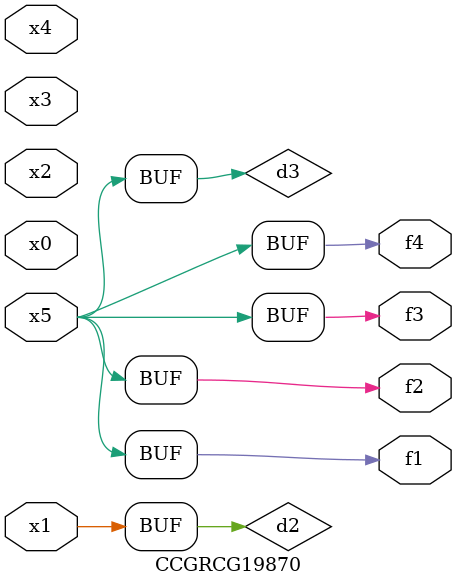
<source format=v>
module CCGRCG19870(
	input x0, x1, x2, x3, x4, x5,
	output f1, f2, f3, f4
);

	wire d1, d2, d3;

	not (d1, x5);
	or (d2, x1);
	xnor (d3, d1);
	assign f1 = d3;
	assign f2 = d3;
	assign f3 = d3;
	assign f4 = d3;
endmodule

</source>
